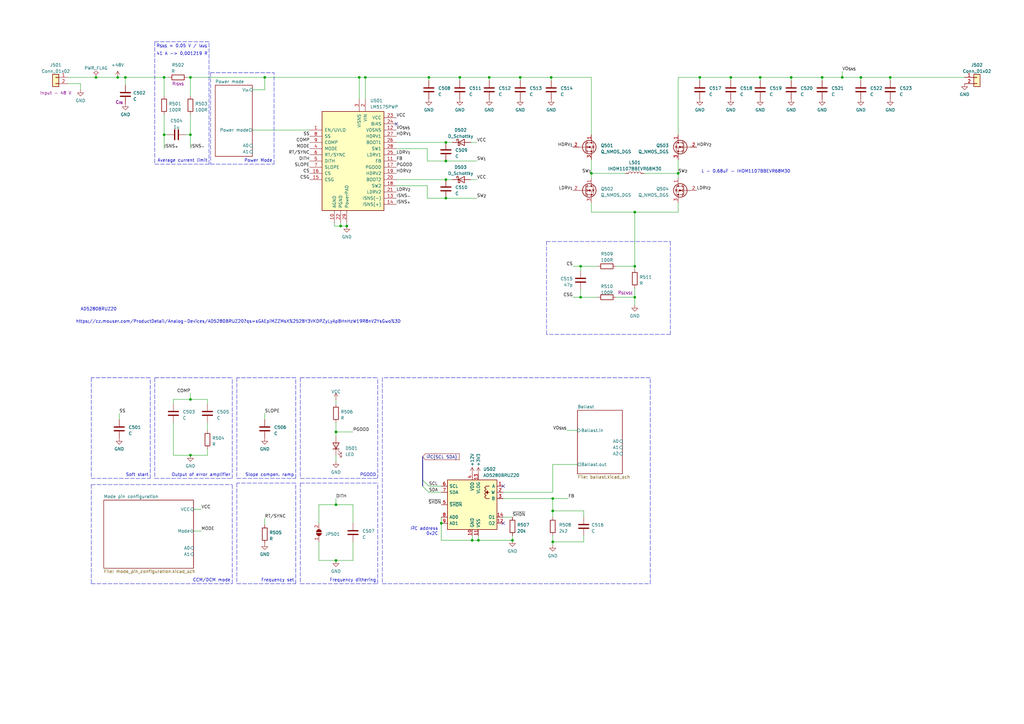
<source format=kicad_sch>
(kicad_sch (version 20231120) (generator "eeschema") (generator_version "8.0")
  (paper "A3")
  (lib_symbols
    (symbol "Connector_Generic:Conn_01x02" (pin_names (offset 1.016) hide)
      (property "Reference" "J" (at 0 2.54 0))
      (property "Value" "Conn_01x02" (at 0 -5.08 0))
      (symbol "Conn_01x02_1_1"
        (rectangle (start -1.27 -2.413) (end 0 -2.667) (stroke (width 0.1524)))
        (rectangle (start -1.27 0.127) (end 0 -0.127) (stroke (width 0.1524)))
        (rectangle (start -1.27 1.27) (end 1.27 -3.81) (stroke (width 0.254)) (fill (type background)))
        (pin passive line (at -5.08 0 0) (length 3.81) (name "Pin_1") (number "1"))
        (pin passive line (at -5.08 -2.54 0) (length 3.81) (name "Pin_2") (number "2"))
      )
    )
    (symbol "Device:C" (pin_numbers hide) (pin_names (offset 0.254))
      (property "Reference" "C" (at 0.635 2.54 0))
      (property "Value" "C" (at 0.635 -2.54 0))
      (symbol "C_0_1"
        (polyline (pts (xy -2.032 -0.762) (xy 2.032 -0.762)) (stroke (width 0.508)))
        (polyline (pts (xy -2.032 0.762) (xy 2.032 0.762)) (stroke (width 0.508)))
      )
      (symbol "C_1_1"
        (pin passive line (at 0 3.81 270) (length 2.794) (name "~") (number "1"))
        (pin passive line (at 0 -3.81 90) (length 2.794) (name "~") (number "2"))
      )
    )
    (symbol "Device:D_Schottky" (pin_numbers hide) (pin_names (offset 1.016) hide)
      (property "Reference" "D" (at 0 2.54 0))
      (property "Value" "D_Schottky" (at 0 -2.54 0))
      (symbol "D_Schottky_0_1"
        (polyline (pts (xy 1.27 0) (xy -1.27 0)))
        (polyline (pts (xy 1.27 1.27) (xy 1.27 -1.27) (xy -1.27 0) (xy 1.27 1.27)) (stroke (width 0.254)))
        (polyline (pts (xy -1.905 0.635) (xy -1.905 1.27) (xy -1.27 1.27) (xy -1.27 -1.27) (xy -0.635 -1.27) (xy -0.635 -0.635)) (stroke (width 0.254)))
      )
      (symbol "D_Schottky_1_1"
        (pin passive line (at -3.81 0 0) (length 2.54) (name "K") (number "1"))
        (pin passive line (at 3.81 0 180) (length 2.54) (name "A") (number "2"))
      )
    )
    (symbol "Device:L" (pin_numbers hide) (pin_names (offset 1.016) hide)
      (property "Reference" "L" (at -1.27 0 90))
      (property "Value" "L" (at 1.905 0 90))
      (symbol "L_0_1"
        (arc (start 0 -2.54) (mid 0.6323 -1.905) (end 0 -1.27))
        (arc (start 0 -1.27) (mid 0.6323 -0.635) (end 0 0))
        (arc (start 0 0) (mid 0.6323 0.635) (end 0 1.27))
        (arc (start 0 1.27) (mid 0.6323 1.905) (end 0 2.54))
      )
      (symbol "L_1_1"
        (pin passive line (at 0 3.81 270) (length 1.27) (name "1") (number "1"))
        (pin passive line (at 0 -3.81 90) (length 1.27) (name "2") (number "2"))
      )
    )
    (symbol "Device:LED" (pin_numbers hide) (pin_names (offset 1.016) hide)
      (property "Reference" "D" (at 0 2.54 0))
      (property "Value" "LED" (at 0 -2.54 0))
      (symbol "LED_0_1"
        (polyline (pts (xy -1.27 -1.27) (xy -1.27 1.27)) (stroke (width 0.254)))
        (polyline (pts (xy -1.27 0) (xy 1.27 0)))
        (polyline (pts (xy 1.27 -1.27) (xy 1.27 1.27) (xy -1.27 0) (xy 1.27 -1.27)) (stroke (width 0.254)))
        (polyline (pts (xy -3.048 -0.762) (xy -4.572 -2.286) (xy -3.81 -2.286) (xy -4.572 -2.286) (xy -4.572 -1.524)))
        (polyline (pts (xy -1.778 -0.762) (xy -3.302 -2.286) (xy -2.54 -2.286) (xy -3.302 -2.286) (xy -3.302 -1.524)))
      )
      (symbol "LED_1_1"
        (pin passive line (at -3.81 0 0) (length 2.54) (name "K") (number "1"))
        (pin passive line (at 3.81 0 180) (length 2.54) (name "A") (number "2"))
      )
    )
    (symbol "Device:Q_NMOS_DGS" (pin_names (offset 0) hide)
      (property "Reference" "Q" (at 5.08 1.27 0))
      (property "Value" "Q_NMOS_DGS" (at 5.08 -1.27 0))
      (symbol "Q_NMOS_DGS_0_1"
        (polyline (pts (xy 0.254 0) (xy -2.54 0)))
        (polyline (pts (xy 0.254 1.905) (xy 0.254 -1.905)) (stroke (width 0.254)))
        (polyline (pts (xy 0.762 -1.27) (xy 0.762 -2.286)) (stroke (width 0.254)))
        (polyline (pts (xy 0.762 0.508) (xy 0.762 -0.508)) (stroke (width 0.254)))
        (polyline (pts (xy 0.762 2.286) (xy 0.762 1.27)) (stroke (width 0.254)))
        (polyline (pts (xy 2.54 2.54) (xy 2.54 1.778)))
        (polyline (pts (xy 2.54 -2.54) (xy 2.54 0) (xy 0.762 0)))
        (polyline (pts (xy 0.762 -1.778) (xy 3.302 -1.778) (xy 3.302 1.778) (xy 0.762 1.778)))
        (polyline (pts (xy 1.016 0) (xy 2.032 0.381) (xy 2.032 -0.381) (xy 1.016 0)) (fill (type outline)))
        (polyline (pts (xy 2.794 0.508) (xy 2.921 0.381) (xy 3.683 0.381) (xy 3.81 0.254)))
        (polyline (pts (xy 3.302 0.381) (xy 2.921 -0.254) (xy 3.683 -0.254) (xy 3.302 0.381)))
        (circle (center 1.651 0) (radius 2.794) (stroke (width 0.254)))
        (circle (center 2.54 -1.778) (radius 0.254) (fill (type outline)))
        (circle (center 2.54 1.778) (radius 0.254) (fill (type outline)))
      )
      (symbol "Q_NMOS_DGS_1_1"
        (pin passive line (at 2.54 5.08 270) (length 2.54) (name "D") (number "1"))
        (pin input line (at -5.08 0 0) (length 2.54) (name "G") (number "2"))
        (pin passive line (at 2.54 -5.08 90) (length 2.54) (name "S") (number "3"))
      )
    )
    (symbol "Device:R" (pin_numbers hide) (pin_names (offset 0))
      (property "Reference" "R" (at 2.032 0 90))
      (property "Value" "R" (at 0 0 90))
      (symbol "R_0_1"
        (rectangle (start -1.016 -2.54) (end 1.016 2.54) (stroke (width 0.254)))
      )
      (symbol "R_1_1"
        (pin passive line (at 0 3.81 270) (length 1.27) (name "~") (number "1"))
        (pin passive line (at 0 -3.81 90) (length 1.27) (name "~") (number "2"))
      )
    )
    (symbol "Jumper:SolderJumper_2_Open" (pin_names (offset 0) hide)
      (property "Reference" "JP" (at 0 2.032 0))
      (property "Value" "SolderJumper_2_Open" (at 0 -2.54 0))
      (symbol "SolderJumper_2_Open_0_1"
        (arc (start -0.254 1.016) (mid -1.2656 0) (end -0.254 -1.016))
        (arc (start -0.254 1.016) (mid -1.2656 0) (end -0.254 -1.016) (fill (type outline)))
        (polyline (pts (xy -0.254 1.016) (xy -0.254 -1.016)))
        (polyline (pts (xy 0.254 1.016) (xy 0.254 -1.016)))
        (arc (start 0.254 -1.016) (mid 1.2656 0) (end 0.254 1.016))
        (arc (start 0.254 -1.016) (mid 1.2656 0) (end 0.254 1.016) (fill (type outline)))
      )
      (symbol "SolderJumper_2_Open_1_1"
        (pin passive line (at -3.81 0 0) (length 2.54) (name "A") (number "1"))
        (pin passive line (at 3.81 0 180) (length 2.54) (name "B") (number "2"))
      )
    )
    (symbol "Potentiometer_Digital:AD5280" (pin_names (offset 0.762))
      (property "Reference" "U" (at -7.62 11.43 0))
      (property "Value" "AD5280" (at 5.588 11.43 0))
      (symbol "AD5280_0_1"
        (rectangle (start -10.16 10.16) (end 10.16 -10.16) (stroke (width 0.254)) (fill (type background)))
        (polyline (pts (xy 6.985 5.08) (xy 6.35 5.08) (xy 5.715 5.08) (xy 6.35 5.715) (xy 6.35 4.445) (xy 5.715 5.08)) (stroke (width 0.254)) (fill (type outline)))
        (polyline (pts (xy 6.985 7.62) (xy 5.715 7.62) (xy 5.08 6.985) (xy 5.715 6.35) (xy 5.08 5.715) (xy 5.715 5.08) (xy 5.08 4.445) (xy 5.715 3.81) (xy 5.08 3.175) (xy 5.715 2.54) (xy 6.985 2.54)) (stroke (width 0.254)))
      )
      (symbol "AD5280_1_1"
        (pin passive line (at 12.7 7.62 180) (length 2.54) (name "A") (number "1"))
        (pin power_in line (at 0 -12.7 90) (length 2.54) (name "GND") (number "10"))
        (pin power_in line (at 2.54 -12.7 90) (length 2.54) (name "VSS") (number "11"))
        (pin output line (at 12.7 -7.62 180) (length 2.54) (name "O2") (number "12"))
        (pin power_in line (at 2.54 12.7 270) (length 2.54) (name "VLOG") (number "13"))
        (pin output line (at 12.7 -5.08 180) (length 2.54) (name "O1") (number "14"))
        (pin passive line (at 12.7 5.08 180) (length 2.54) (name "W") (number "2"))
        (pin passive line (at 12.7 2.54 180) (length 2.54) (name "B") (number "3"))
        (pin power_in line (at 0 12.7 270) (length 2.54) (name "VDD") (number "4"))
        (pin input line (at -12.7 0 0) (length 2.54) (name "~{SHDN}") (number "5"))
        (pin input line (at -12.7 7.62 0) (length 2.54) (name "SCL") (number "6"))
        (pin bidirectional line (at -12.7 5.08 0) (length 2.54) (name "SDA") (number "7"))
        (pin input line (at -12.7 -5.08 0) (length 2.54) (name "AD0") (number "8"))
        (pin input line (at -12.7 -7.62 0) (length 2.54) (name "AD1") (number "9"))
      )
    )
    (symbol "Regulator_Switching:LM5175PWP" (pin_names (offset 1.016))
      (property "Reference" "U" (at -12.7 24.13 0))
      (property "Value" "LM5175PWP" (at -12.7 21.59 0))
      (symbol "LM5175PWP_0_1"
        (rectangle (start -12.7 20.32) (end 12.7 -20.32) (stroke (width 0.254)) (fill (type background)))
      )
      (symbol "LM5175PWP_1_1"
        (pin input line (at -17.78 12.7 0) (length 5.08) (name "EN/UVLO") (number "1"))
        (pin power_in line (at -7.62 -25.4 90) (length 5.08) (name "AGND") (number "10"))
        (pin input line (at 17.78 0 180) (length 5.08) (name "FB") (number "11"))
        (pin output line (at 17.78 12.7 180) (length 5.08) (name "VOSNS") (number "12"))
        (pin input line (at 17.78 -15.24 180) (length 5.08) (name "ISNS(-)") (number "13"))
        (pin input line (at 17.78 -17.78 180) (length 5.08) (name "ISNS(+)") (number "14"))
        (pin input line (at -17.78 -7.62 0) (length 5.08) (name "CSG") (number "15"))
        (pin input line (at -17.78 -5.08 0) (length 5.08) (name "CS") (number "16"))
        (pin output line (at 17.78 -2.54 180) (length 5.08) (name "PGOOD") (number "17"))
        (pin output line (at 17.78 -10.16 180) (length 5.08) (name "SW2") (number "18"))
        (pin output line (at 17.78 -5.08 180) (length 5.08) (name "HDRV2") (number "19"))
        (pin power_in line (at 5.08 25.4 270) (length 5.08) (name "VIN") (number "2"))
        (pin passive line (at 17.78 -7.62 180) (length 5.08) (name "BOOT2") (number "20"))
        (pin output line (at 17.78 -12.7 180) (length 5.08) (name "LDRV2") (number "21"))
        (pin power_in line (at -5.08 -25.4 90) (length 5.08) (name "PGND") (number "22"))
        (pin power_in line (at 17.78 17.78 180) (length 5.08) (name "VCC") (number "23"))
        (pin input line (at 17.78 15.24 180) (length 5.08) (name "BIAS") (number "24"))
        (pin output line (at 17.78 2.54 180) (length 5.08) (name "LDRV1") (number "25"))
        (pin passive line (at 17.78 7.62 180) (length 5.08) (name "BOOT1") (number "26"))
        (pin output line (at 17.78 10.16 180) (length 5.08) (name "HDRV1") (number "27"))
        (pin output line (at 17.78 5.08 180) (length 5.08) (name "SW1") (number "28"))
        (pin input line (at -2.54 -25.4 90) (length 5.08) (name "PowerPAD") (number "29"))
        (pin input line (at 2.54 25.4 270) (length 5.08) (name "VISNS") (number "3"))
        (pin input line (at -17.78 5.08 0) (length 5.08) (name "MODE") (number "4"))
        (pin passive line (at -17.78 0 0) (length 5.08) (name "DITH") (number "5"))
        (pin input line (at -17.78 2.54 0) (length 5.08) (name "RT/SYNC") (number "6"))
        (pin passive line (at -17.78 -2.54 0) (length 5.08) (name "SLOPE") (number "7"))
        (pin passive line (at -17.78 10.16 0) (length 5.08) (name "SS") (number "8"))
        (pin passive line (at -17.78 7.62 0) (length 5.08) (name "COMP") (number "9"))
      )
    )
    (symbol "power:+12V" (power) (pin_names (offset 0))
      (property "Value" "+12V" (at 0 3.556 0))
      (symbol "+12V_0_1"
        (polyline (pts (xy -0.762 1.27) (xy 0 2.54)))
        (polyline (pts (xy 0 0) (xy 0 2.54)))
        (polyline (pts (xy 0 2.54) (xy 0.762 1.27)))
      )
      (symbol "+12V_1_1"
        (pin power_in line (at 0 0 90) (length 0) hide (name "+12V") (number "1"))
      )
    )
    (symbol "power:+3V3" (power) (pin_names (offset 0))
      (property "Value" "+3V3" (at 0 3.556 0))
      (symbol "+3V3_0_1"
        (polyline (pts (xy -0.762 1.27) (xy 0 2.54)))
        (polyline (pts (xy 0 0) (xy 0 2.54)))
        (polyline (pts (xy 0 2.54) (xy 0.762 1.27)))
      )
      (symbol "+3V3_1_1"
        (pin power_in line (at 0 0 90) (length 0) hide (name "+3V3") (number "1"))
      )
    )
    (symbol "power:+48V" (power) (pin_numbers hide) (pin_names (offset 0) hide)
      (property "Value" "+48V" (at 0 3.556 0))
      (symbol "+48V_0_1"
        (polyline (pts (xy -0.762 1.27) (xy 0 2.54)))
        (polyline (pts (xy 0 0) (xy 0 2.54)))
        (polyline (pts (xy 0 2.54) (xy 0.762 1.27)))
      )
      (symbol "+48V_1_1"
        (pin power_in line (at 0 0 90) (length 0) (name "~") (number "1"))
      )
    )
    (symbol "power:GND" (power) (pin_names (offset 0))
      (property "Value" "GND" (at 0 -3.81 0))
      (symbol "GND_0_1"
        (polyline (pts (xy 0 0) (xy 0 -1.27) (xy 1.27 -1.27) (xy 0 -2.54) (xy -1.27 -1.27) (xy 0 -1.27)))
      )
      (symbol "GND_1_1"
        (pin power_in line (at 0 0 270) (length 0) hide (name "GND") (number "1"))
      )
    )
    (symbol "power:PWR_FLAG" (power) (pin_numbers hide) (pin_names (offset 0) hide)
      (property "Value" "PWR_FLAG" (at 0 3.81 0))
      (symbol "PWR_FLAG_0_0"
        (pin power_out line (at 0 0 90) (length 0) (name "pwr") (number "1"))
      )
      (symbol "PWR_FLAG_0_1"
        (polyline (pts (xy 0 0) (xy 0 1.27) (xy -1.016 1.905) (xy 0 2.54) (xy 1.016 1.905) (xy 0 1.27)))
      )
    )
    (symbol "power:VCC" (power) (pin_names (offset 0))
      (property "Value" "VCC" (at 0 3.81 0))
      (symbol "VCC_0_1"
        (polyline (pts (xy -0.762 1.27) (xy 0 2.54)))
        (polyline (pts (xy 0 0) (xy 0 2.54)))
        (polyline (pts (xy 0 2.54) (xy 0.762 1.27)))
      )
      (symbol "VCC_1_1"
        (pin power_in line (at 0 0 90) (length 0) hide (name "VCC") (number "1"))
      )
    )
  )
  (junction (at 278.13 71.12))
  (junction (at 142.24 92.71))
  (junction (at 139.7 92.71))
  (junction (at 108.585 31.75))
  (junction (at 48.26 31.75))
  (junction (at 137.795 177.165))
  (junction (at 182.88 58.42))
  (junction (at 337.185 31.75))
  (junction (at 137.795 229.87))
  (junction (at 226.06 31.75))
  (junction (at 260.35 86.995))
  (junction (at 226.695 204.47))
  (junction (at 345.44 31.75))
  (junction (at 39.37 31.75))
  (junction (at 226.695 222.25))
  (junction (at 182.88 81.28))
  (junction (at 78.105 31.75))
  (junction (at 353.06 31.75))
  (junction (at 78.105 163.83))
  (junction (at 324.485 31.75))
  (junction (at 182.88 73.66))
  (junction (at 238.125 121.92))
  (junction (at 137.795 207.01))
  (junction (at 226.695 209.55))
  (junction (at 287.02 31.75))
  (junction (at 175.895 31.75))
  (junction (at 365.125 31.75))
  (junction (at 238.125 109.22))
  (junction (at 260.35 121.92))
  (junction (at 147.32 31.75))
  (junction (at 210.185 221.615))
  (junction (at 67.31 31.75))
  (junction (at 299.72 31.75))
  (junction (at 311.785 31.75))
  (junction (at 188.595 31.75))
  (junction (at 51.435 31.75))
  (junction (at 196.215 221.615))
  (junction (at 193.675 221.615))
  (junction (at 260.35 109.22))
  (junction (at 180.975 214.63))
  (junction (at 78.105 55.245))
  (junction (at 213.36 31.75))
  (junction (at 78.105 186.69))
  (junction (at 200.66 31.75))
  (junction (at 182.88 66.04))
  (junction (at 67.31 55.245))
  (junction (at 242.57 71.12))
  (junction (at 149.86 31.75))
  (no_connect (at 206.375 214.63))
  (no_connect (at 206.375 199.39))
  (no_connect (at 162.56 50.8))
  (bus_entry (at 173.355 196.85) (size 2.54 2.54))
  (bus_entry (at 173.355 199.39) (size 2.54 2.54))
  (polyline (pts (xy 121.285 196.215) (xy 121.285 154.94)) (stroke (width 0) (type dash)))
  (wire (pts (xy 139.7 91.44) (xy 139.7 92.71)))
  (wire (pts (xy 108.585 212.725) (xy 108.585 215.265)))
  (wire (pts (xy 226.695 219.71) (xy 226.695 222.25)))
  (wire (pts (xy 71.12 163.83) (xy 71.12 165.735)))
  (wire (pts (xy 51.435 34.925) (xy 51.435 31.75)))
  (wire (pts (xy 337.185 31.75) (xy 337.185 33.02)))
  (polyline (pts (xy 266.7 154.94) (xy 156.845 154.94)) (stroke (width 0) (type dash)))
  (wire (pts (xy 365.125 31.75) (xy 395.605 31.75)))
  (wire (pts (xy 103.505 36.83) (xy 108.585 36.83)))
  (wire (pts (xy 137.795 204.47) (xy 137.795 207.01)))
  (wire (pts (xy 226.695 190.5) (xy 236.855 190.5)))
  (wire (pts (xy 175.895 201.93) (xy 180.975 201.93)))
  (wire (pts (xy 226.695 204.47) (xy 233.045 204.47)))
  (wire (pts (xy 242.57 31.75) (xy 242.57 55.245)))
  (wire (pts (xy 108.585 169.545) (xy 108.585 172.085)))
  (wire (pts (xy 144.78 222.25) (xy 144.78 229.87)))
  (wire (pts (xy 200.66 31.75) (xy 200.66 33.02)))
  (wire (pts (xy 33.02 34.29) (xy 27.94 34.29)))
  (wire (pts (xy 278.13 83.185) (xy 278.13 86.995)))
  (bus (pts (xy 173.355 196.85) (xy 173.355 199.39)))
  (wire (pts (xy 78.105 46.99) (xy 78.105 55.245)))
  (wire (pts (xy 193.04 73.66) (xy 195.58 73.66)))
  (polyline (pts (xy 97.155 198.12) (xy 97.155 239.395)) (stroke (width 0) (type dash)))
  (wire (pts (xy 287.02 31.75) (xy 299.72 31.75)))
  (wire (pts (xy 149.86 40.64) (xy 149.86 31.75)))
  (polyline (pts (xy 97.155 196.215) (xy 121.285 196.215)) (stroke (width 0) (type dash)))
  (wire (pts (xy 299.72 31.75) (xy 311.785 31.75)))
  (polyline (pts (xy 86.36 29.845) (xy 112.395 29.845)) (stroke (width 0) (type dash)))
  (wire (pts (xy 130.81 229.87) (xy 137.795 229.87)))
  (wire (pts (xy 365.125 31.75) (xy 365.125 33.02)))
  (wire (pts (xy 130.81 222.25) (xy 130.81 229.87)))
  (wire (pts (xy 182.88 66.04) (xy 195.58 66.04)))
  (wire (pts (xy 137.795 207.01) (xy 144.78 207.01)))
  (wire (pts (xy 239.395 212.09) (xy 239.395 209.55)))
  (polyline (pts (xy 224.155 137.16) (xy 224.155 99.06)) (stroke (width 0) (type dash)))
  (wire (pts (xy 85.09 163.83) (xy 85.09 165.735)))
  (polyline (pts (xy 61.595 154.94) (xy 37.465 154.94)) (stroke (width 0) (type dash)))
  (wire (pts (xy 48.26 31.75) (xy 51.435 31.75)))
  (wire (pts (xy 353.06 31.75) (xy 353.06 33.02)))
  (wire (pts (xy 137.795 189.23) (xy 137.795 186.69)))
  (wire (pts (xy 242.57 71.12) (xy 242.57 73.025)))
  (wire (pts (xy 260.35 125.095) (xy 260.35 121.92)))
  (wire (pts (xy 79.375 208.915) (xy 82.55 208.915)))
  (wire (pts (xy 67.31 46.99) (xy 67.31 55.245)))
  (polyline (pts (xy 63.5 17.145) (xy 63.5 67.31)) (stroke (width 0) (type dash)))
  (wire (pts (xy 67.31 55.245) (xy 67.31 60.96)))
  (wire (pts (xy 51.435 31.75) (xy 67.31 31.75)))
  (wire (pts (xy 137.795 173.355) (xy 137.795 177.165)))
  (wire (pts (xy 278.13 31.75) (xy 287.02 31.75)))
  (wire (pts (xy 353.06 31.75) (xy 365.125 31.75)))
  (wire (pts (xy 210.185 219.71) (xy 210.185 221.615)))
  (wire (pts (xy 226.695 209.55) (xy 226.695 212.09)))
  (wire (pts (xy 188.595 31.75) (xy 175.895 31.75)))
  (polyline (pts (xy 37.465 198.755) (xy 37.465 239.395)) (stroke (width 0) (type dash)))
  (wire (pts (xy 78.105 186.69) (xy 85.09 186.69)))
  (polyline (pts (xy 123.19 198.12) (xy 123.19 239.395)) (stroke (width 0) (type dash)))
  (wire (pts (xy 48.895 169.545) (xy 48.895 172.085)))
  (wire (pts (xy 206.375 204.47) (xy 226.695 204.47)))
  (polyline (pts (xy 154.94 196.215) (xy 154.94 154.94)) (stroke (width 0) (type dash)))
  (wire (pts (xy 245.11 109.22) (xy 238.125 109.22)))
  (polyline (pts (xy 85.725 67.31) (xy 85.725 17.145)) (stroke (width 0) (type dash)))
  (polyline (pts (xy 95.25 239.395) (xy 95.25 198.755)) (stroke (width 0) (type dash)))
  (polyline (pts (xy 37.465 198.755) (xy 95.25 198.755)) (stroke (width 0) (type dash)))
  (wire (pts (xy 67.31 55.245) (xy 68.58 55.245)))
  (wire (pts (xy 147.32 40.64) (xy 147.32 31.75)))
  (wire (pts (xy 67.31 31.75) (xy 69.215 31.75)))
  (wire (pts (xy 260.35 118.11) (xy 260.35 121.92)))
  (wire (pts (xy 299.72 31.75) (xy 299.72 33.02)))
  (wire (pts (xy 142.24 92.71) (xy 142.24 91.44)))
  (wire (pts (xy 162.56 76.2) (xy 175.26 76.2)))
  (wire (pts (xy 213.36 31.75) (xy 213.36 33.02)))
  (polyline (pts (xy 86.36 67.31) (xy 112.395 67.31)) (stroke (width 0) (type dash)))
  (wire (pts (xy 278.13 71.12) (xy 278.13 73.025)))
  (wire (pts (xy 242.57 65.405) (xy 242.57 71.12)))
  (wire (pts (xy 239.395 209.55) (xy 226.695 209.55)))
  (wire (pts (xy 71.12 186.69) (xy 78.105 186.69)))
  (wire (pts (xy 278.13 65.405) (xy 278.13 71.12)))
  (polyline (pts (xy 123.19 154.94) (xy 123.19 196.215)) (stroke (width 0) (type dash)))
  (wire (pts (xy 195.58 58.42) (xy 193.04 58.42)))
  (wire (pts (xy 108.585 36.83) (xy 108.585 31.75)))
  (wire (pts (xy 311.785 31.75) (xy 311.785 33.02)))
  (wire (pts (xy 182.88 58.42) (xy 185.42 58.42)))
  (polyline (pts (xy 63.5 196.215) (xy 95.25 196.215)) (stroke (width 0) (type dash)))
  (wire (pts (xy 78.105 55.245) (xy 76.2 55.245)))
  (wire (pts (xy 324.485 31.75) (xy 324.485 33.02)))
  (wire (pts (xy 345.44 29.21) (xy 345.44 31.75)))
  (wire (pts (xy 213.36 31.75) (xy 226.06 31.75)))
  (wire (pts (xy 144.78 207.01) (xy 144.78 214.63)))
  (wire (pts (xy 180.975 221.615) (xy 180.975 214.63)))
  (polyline (pts (xy 61.595 196.215) (xy 61.595 154.94)) (stroke (width 0) (type dash)))
  (wire (pts (xy 180.975 212.09) (xy 180.975 214.63)))
  (polyline (pts (xy 37.465 239.395) (xy 95.25 239.395)) (stroke (width 0) (type dash)))
  (wire (pts (xy 175.26 76.2) (xy 175.26 81.28)))
  (wire (pts (xy 175.26 60.96) (xy 175.26 66.04)))
  (wire (pts (xy 193.675 221.615) (xy 193.675 219.71)))
  (polyline (pts (xy 274.955 99.06) (xy 274.955 137.16)) (stroke (width 0) (type dash)))
  (wire (pts (xy 175.895 31.75) (xy 175.895 33.02)))
  (polyline (pts (xy 86.36 29.845) (xy 86.36 67.31)) (stroke (width 0) (type dash)))
  (wire (pts (xy 239.395 219.71) (xy 239.395 222.25)))
  (wire (pts (xy 103.505 53.34) (xy 127 53.34)))
  (wire (pts (xy 149.86 31.75) (xy 175.895 31.75)))
  (polyline (pts (xy 123.19 154.94) (xy 154.94 154.94)) (stroke (width 0) (type dash)))
  (wire (pts (xy 278.13 31.75) (xy 278.13 55.245)))
  (wire (pts (xy 137.16 91.44) (xy 137.16 92.71)))
  (wire (pts (xy 149.86 31.75) (xy 147.32 31.75)))
  (wire (pts (xy 108.585 31.75) (xy 147.32 31.75)))
  (polyline (pts (xy 85.725 17.145) (xy 63.5 17.145)) (stroke (width 0) (type dash)))
  (polyline (pts (xy 112.395 67.31) (xy 112.395 29.845)) (stroke (width 0) (type dash)))
  (polyline (pts (xy 95.25 196.215) (xy 95.25 154.94)) (stroke (width 0) (type dash)))
  (wire (pts (xy 78.105 163.83) (xy 85.09 163.83)))
  (polyline (pts (xy 224.155 99.06) (xy 274.955 99.06)) (stroke (width 0) (type dash)))
  (wire (pts (xy 79.375 217.805) (xy 82.55 217.805)))
  (wire (pts (xy 78.105 161.29) (xy 78.105 163.83)))
  (wire (pts (xy 162.56 58.42) (xy 182.88 58.42)))
  (wire (pts (xy 137.795 163.83) (xy 137.795 165.735)))
  (wire (pts (xy 238.125 118.745) (xy 238.125 121.92)))
  (polyline (pts (xy 63.5 67.31) (xy 85.725 67.31)) (stroke (width 0) (type dash)))
  (wire (pts (xy 162.56 73.66) (xy 182.88 73.66)))
  (wire (pts (xy 226.06 31.75) (xy 242.57 31.75)))
  (wire (pts (xy 242.57 71.12) (xy 256.54 71.12)))
  (wire (pts (xy 188.595 31.75) (xy 188.595 33.02)))
  (wire (pts (xy 137.16 92.71) (xy 139.7 92.71)))
  (polyline (pts (xy 63.5 154.94) (xy 95.25 154.94)) (stroke (width 0) (type dash)))
  (wire (pts (xy 245.11 121.92) (xy 238.125 121.92)))
  (wire (pts (xy 242.57 86.995) (xy 242.57 83.185)))
  (wire (pts (xy 287.02 31.75) (xy 287.02 33.02)))
  (wire (pts (xy 193.675 221.615) (xy 196.215 221.615)))
  (polyline (pts (xy 154.94 239.395) (xy 154.94 198.12)) (stroke (width 0) (type dash)))
  (wire (pts (xy 260.35 86.995) (xy 260.35 109.22)))
  (wire (pts (xy 162.56 60.96) (xy 175.26 60.96)))
  (wire (pts (xy 260.35 109.22) (xy 260.35 110.49)))
  (wire (pts (xy 206.375 212.09) (xy 210.185 212.09)))
  (wire (pts (xy 175.26 66.04) (xy 182.88 66.04)))
  (wire (pts (xy 264.16 71.12) (xy 278.13 71.12)))
  (polyline (pts (xy 97.155 154.94) (xy 97.155 196.215)) (stroke (width 0) (type dash)))
  (wire (pts (xy 85.09 186.69) (xy 85.09 184.15)))
  (polyline (pts (xy 121.285 239.395) (xy 121.285 198.12)) (stroke (width 0) (type dash)))
  (wire (pts (xy 39.37 31.75) (xy 48.26 31.75)))
  (polyline (pts (xy 121.285 154.94) (xy 97.155 154.94)) (stroke (width 0) (type dash)))
  (wire (pts (xy 27.94 31.75) (xy 39.37 31.75)))
  (wire (pts (xy 130.81 207.01) (xy 137.795 207.01)))
  (wire (pts (xy 137.795 177.165) (xy 137.795 179.07)))
  (wire (pts (xy 193.675 221.615) (xy 180.975 221.615)))
  (wire (pts (xy 226.695 201.93) (xy 206.375 201.93)))
  (wire (pts (xy 345.44 31.75) (xy 353.06 31.75)))
  (polyline (pts (xy 156.845 239.395) (xy 266.7 239.395)) (stroke (width 0) (type dash)))
  (polyline (pts (xy 266.7 239.395) (xy 266.7 154.94)) (stroke (width 0) (type dash)))
  (wire (pts (xy 196.215 221.615) (xy 196.215 219.71)))
  (wire (pts (xy 175.895 199.39) (xy 180.975 199.39)))
  (wire (pts (xy 78.105 31.75) (xy 78.105 39.37)))
  (polyline (pts (xy 123.19 239.395) (xy 154.94 239.395)) (stroke (width 0) (type dash)))
  (wire (pts (xy 239.395 222.25) (xy 226.695 222.25)))
  (polyline (pts (xy 63.5 154.94) (xy 63.5 196.215)) (stroke (width 0) (type dash)))
  (wire (pts (xy 33.02 36.83) (xy 33.02 34.29)))
  (polyline (pts (xy 123.19 198.12) (xy 154.94 198.12)) (stroke (width 0) (type dash)))
  (polyline (pts (xy 156.845 154.94) (xy 156.845 239.395)) (stroke (width 0) (type dash)))
  (bus (pts (xy 173.355 187.325) (xy 173.355 196.85)))
  (wire (pts (xy 182.88 81.28) (xy 195.58 81.28)))
  (wire (pts (xy 182.88 73.66) (xy 185.42 73.66)))
  (wire (pts (xy 226.06 31.75) (xy 226.06 33.02)))
  (wire (pts (xy 210.185 221.615) (xy 196.215 221.615)))
  (wire (pts (xy 232.41 176.53) (xy 236.855 176.53)))
  (wire (pts (xy 238.125 109.22) (xy 234.95 109.22)))
  (wire (pts (xy 200.66 31.75) (xy 188.595 31.75)))
  (wire (pts (xy 139.7 92.71) (xy 142.24 92.71)))
  (polyline (pts (xy 123.19 196.215) (xy 154.94 196.215)) (stroke (width 0) (type dash)))
  (wire (pts (xy 226.695 204.47) (xy 226.695 209.55)))
  (wire (pts (xy 260.35 86.995) (xy 278.13 86.995)))
  (polyline (pts (xy 121.285 198.12) (xy 97.155 198.12)) (stroke (width 0) (type dash)))
  (polyline (pts (xy 37.465 154.94) (xy 37.465 196.215)) (stroke (width 0) (type dash)))
  (wire (pts (xy 226.695 222.25) (xy 226.695 223.52)))
  (polyline (pts (xy 274.955 137.16) (xy 224.155 137.16)) (stroke (width 0) (type dash)))
  (wire (pts (xy 260.35 109.22) (xy 252.73 109.22)))
  (wire (pts (xy 337.185 31.75) (xy 345.44 31.75)))
  (wire (pts (xy 311.785 31.75) (xy 324.485 31.75)))
  (polyline (pts (xy 37.465 196.215) (xy 61.595 196.215)) (stroke (width 0) (type dash)))
  (wire (pts (xy 78.105 31.75) (xy 108.585 31.75)))
  (wire (pts (xy 76.835 31.75) (xy 78.105 31.75)))
  (wire (pts (xy 324.485 31.75) (xy 337.185 31.75)))
  (wire (pts (xy 175.26 81.28) (xy 182.88 81.28)))
  (wire (pts (xy 242.57 86.995) (xy 260.35 86.995)))
  (wire (pts (xy 260.35 121.92) (xy 252.73 121.92)))
  (wire (pts (xy 137.795 177.165) (xy 144.78 177.165)))
  (wire (pts (xy 85.09 173.355) (xy 85.09 176.53)))
  (wire (pts (xy 78.105 55.245) (xy 78.105 60.96)))
  (wire (pts (xy 238.125 121.92) (xy 234.95 121.92)))
  (wire (pts (xy 71.12 163.83) (xy 78.105 163.83)))
  (wire (pts (xy 71.12 173.355) (xy 71.12 186.69)))
  (wire (pts (xy 67.31 31.75) (xy 67.31 39.37)))
  (wire (pts (xy 130.81 207.01) (xy 130.81 214.63)))
  (wire (pts (xy 213.36 31.75) (xy 200.66 31.75)))
  (wire (pts (xy 137.795 229.87) (xy 144.78 229.87)))
  (wire (pts (xy 238.125 109.22) (xy 238.125 111.125)))
  (polyline (pts (xy 97.155 239.395) (xy 121.285 239.395)) (stroke (width 0) (type dash)))
  (wire (pts (xy 226.695 201.93) (xy 226.695 190.5)))
  (text "Soft start" (at 60.96 195.58 0) (effects (font (size 1.27 1.27)) (justify right bottom)))
  (text "https://cz.mouser.com/ProductDetail/Analog-Devices/AD5280BRUZ20?qs=sGAEpiMZZMsX%252BY3VKDPZyLyApBHnHzW19R8nV2YsGwo%3D" (at 31.115 132.715 0) (effects (font (size 1.27 1.27)) (justify left bottom)))
  (text "I^{2}C address\n0x2C" (at 179.705 219.71 0) (effects (font (size 1.27 1.27)) (justify right bottom)))
  (text "PGOOD" (at 154.305 195.58 0) (effects (font (size 1.27 1.27)) (justify right bottom)))
  (text "Power Mode" (at 111.76 66.675 0) (effects (font (size 1.27 1.27)) (justify right bottom)))
  (text "AD5280BRUZ20 " (at 33.02 127.635 0) (effects (font (size 1.27 1.27)) (justify left bottom)))
  (text "Frequency set" (at 120.65 238.76 0) (effects (font (size 1.27 1.27)) (justify right bottom)))
  (text "L - 0.68uF - IHDM1107BBEVR68M30" (at 287.655 71.12 0) (effects (font (size 1.27 1.27)) (justify left bottom)))
  (text "CCM/DCM mode" (at 94.615 238.76 0) (effects (font (size 1.27 1.27)) (justify right bottom)))
  (text "Average current limit" (at 85.09 66.675 0) (effects (font (size 1.27 1.27)) (justify right bottom)))
  (text "Output of error amplifier" (at 94.615 195.58 0) (effects (font (size 1.27 1.27)) (justify right bottom)))
  (text "Frequency dithering" (at 154.305 238.76 0) (effects (font (size 1.27 1.27)) (justify right bottom)))
  (text "R_{SNS} = 0,05 V / I_{AVG}" (at 64.135 19.685 0) (effects (font (size 1.27 1.27)) (justify left bottom)))
  (text "41 A -> 0,001219 R" (at 64.135 22.86 0) (effects (font (size 1.27 1.27)) (justify left bottom)))
  (text "Slope compen. ramp" (at 120.65 195.58 0) (effects (font (size 1.27 1.27)) (justify right bottom)))
  (label "DITH" (at 127 66.04 180))
  (label "LDRV_{2}" (at 162.56 78.74 0))
  (label "SW_{1}" (at 195.58 66.04 0))
  (label "HDRV_{1}" (at 162.56 55.88 0))
  (label "VCC" (at 195.58 58.42 0))
  (label "SS" (at 127 55.88 180))
  (label "MODE" (at 127 60.96 180))
  (label "SLOPE" (at 108.585 169.545 0))
  (label "HDRV_{1}" (at 234.95 60.325 180))
  (label "LDRV_{2}" (at 285.75 78.105 0))
  (label "PGOOD" (at 144.78 177.165 0))
  (label "SLOPE" (at 127 68.58 180))
  (label "CS" (at 234.95 109.22 180))
  (label "FB" (at 162.56 66.04 0))
  (label "SW_{1}" (at 242.57 71.12 180))
  (label "SDA" (at 175.895 201.93 0))
  (label "COMP" (at 78.105 161.29 180))
  (label "LDRV_{1}" (at 162.56 63.5 0))
  (label "ISNS_{-}" (at 162.56 81.28 0))
  (label "ISNS_{-}" (at 78.105 60.96 0))
  (label "VCC" (at 82.55 208.915 0))
  (label "HDRV_{2}" (at 285.75 60.325 0))
  (label "~{SHDN}" (at 180.975 207.01 180))
  (label "ISNS_{+}" (at 67.31 60.96 0))
  (label "SW_{2}" (at 195.58 81.28 0))
  (label "CS" (at 127 71.12 180))
  (label "SW_{2}" (at 278.13 71.12 0))
  (label "FB" (at 233.045 204.47 0))
  (label "COMP" (at 127 58.42 180))
  (label "HDRV_{2}" (at 162.56 71.12 0))
  (label "PGOOD" (at 162.56 68.58 0))
  (label "VO_{SNS}" (at 162.56 53.34 0))
  (label "ISNS_{+}" (at 162.56 83.82 0))
  (label "DITH" (at 137.795 204.47 0))
  (label "SCL" (at 175.895 199.39 0))
  (label "RT{slash}SYNC" (at 108.585 212.725 0))
  (label "LDRV_{1}" (at 234.95 78.105 180))
  (label "VCC" (at 162.56 48.26 0))
  (label "CSG" (at 234.95 121.92 180))
  (label "CSG" (at 127 73.66 180))
  (label "RT{slash}SYNC" (at 127 63.5 180))
  (label "SS" (at 48.895 169.545 0))
  (label "VCC" (at 195.58 73.66 0))
  (label "VO_{SNS}" (at 345.44 29.21 0))
  (label "~{SHDN}" (at 210.185 212.09 0))
  (label "MODE" (at 82.55 217.805 0))
  (label "VO_{SNS}" (at 232.41 176.53 180))
  (global_label "I^{2}C{SCL SDA}" (shape input) (at 173.355 187.325 0) (property "Intersheetrefs" "${INTERSHEET_REFS}" (effects (hide yes))))
  (symbol (lib_id "power:GND") (at 137.795 229.87 0) (unit 1)
    (property "Reference" "#PWR0510" (effects (hide yes)))
    (property "Value" "GND" (at 137.795 234.315 0))
  )
  (symbol (lib_id "Device:R") (at 248.92 121.92 90) (mirror x) (unit 1)
    (property "Reference" "R510" (at 248.92 117.475 90))
    (property "Value" "100R" (at 248.92 120.015 90))
  )
  (symbol (lib_id "power:PWR_FLAG") (at 39.37 31.75 0) (unit 1)
    (property "Reference" "#FLG0501" (effects (hide yes)))
    (property "Value" "PWR_FLAG" (at 39.37 27.94 0))
  )
  (symbol (lib_id "Device:C") (at 182.88 62.23 0) (unit 1)
    (property "Reference" "C509" (at 186.69 61.595 0) (effects (justify left)))
    (property "Value" "C" (at 186.69 64.135 0) (effects (justify left)))
  )
  (symbol (lib_id "Device:R") (at 73.025 31.75 90) (unit 1)
    (property "Reference" "R502" (at 75.565 26.67 90) (effects (justify left)))
    (property "Value" "R" (at 71.755 29.21 90) (effects (justify left)))
    (property "Field4" "R_{ISNS}" (at 73.025 34.29 90))
  )
  (symbol (lib_id "power:GND") (at 33.02 36.83 0) (unit 1)
    (property "Reference" "#PWR0501" (effects (hide yes)))
    (property "Value" "GND" (at 33.02 41.275 0))
  )
  (symbol (lib_id "Device:C") (at 188.595 36.83 0) (unit 1)
    (property "Reference" "C511" (at 192.405 36.195 0) (effects (justify left)))
    (property "Value" "C" (at 192.405 38.735 0) (effects (justify left)))
  )
  (symbol (lib_id "power:GND") (at 108.585 179.705 0) (unit 1)
    (property "Reference" "#PWR0506" (effects (hide yes)))
    (property "Value" "GND" (at 108.585 184.15 0))
  )
  (symbol (lib_id "power:GND") (at 200.66 40.64 0) (unit 1)
    (property "Reference" "#PWR0516" (effects (hide yes)))
    (property "Value" "GND" (at 200.66 45.085 0))
  )
  (symbol (lib_id "Device:LED") (at 137.795 182.88 90) (unit 1)
    (property "Reference" "D501" (at 141.605 183.8325 90) (effects (justify right)))
    (property "Value" "LED" (at 141.605 186.3725 90) (effects (justify right)))
  )
  (symbol (lib_id "power:GND") (at 353.06 40.64 0) (unit 1)
    (property "Reference" "#PWR0527" (effects (hide yes)))
    (property "Value" "GND" (at 353.06 45.085 0))
  )
  (symbol (lib_id "Device:R") (at 67.31 43.18 0) (unit 1)
    (property "Reference" "R501" (at 69.215 42.545 0) (effects (justify left)))
    (property "Value" "100R" (at 69.215 45.085 0) (effects (justify left)))
    (property "Field4" "R_{UV1}" (effects (hide yes)))
  )
  (symbol (lib_id "power:GND") (at 226.695 223.52 0) (unit 1)
    (property "Reference" "#PWR0520" (effects (hide yes)))
    (property "Value" "GND" (at 226.695 227.965 0))
  )
  (symbol (lib_id "Device:L") (at 260.35 71.12 90) (unit 1)
    (property "Reference" "L501" (at 260.35 66.675 90))
    (property "Value" "IHDM1107BBEVR68M30" (at 260.35 69.215 90))
  )
  (symbol (lib_id "Device:C") (at 200.66 36.83 0) (unit 1)
    (property "Reference" "C512" (at 204.47 36.195 0) (effects (justify left)))
    (property "Value" "C" (at 204.47 38.735 0) (effects (justify left)))
  )
  (symbol (lib_id "Device:C") (at 239.395 215.9 0) (unit 1)
    (property "Reference" "C516" (at 242.57 215.265 0) (effects (justify left)))
    (property "Value" "C" (at 242.57 217.805 0) (effects (justify left)))
  )
  (symbol (lib_id "power:+12V") (at 193.675 194.31 0) (unit 1)
    (property "Reference" "#PWR0514" (effects (hide yes)))
    (property "Value" "+12V" (at 193.675 188.595 90))
  )
  (symbol (lib_id "Device:C") (at 287.02 36.83 0) (unit 1)
    (property "Reference" "C517" (at 290.83 36.195 0) (effects (justify left)))
    (property "Value" "C" (at 290.83 38.735 0) (effects (justify left)))
  )
  (symbol (lib_id "Device:C") (at 85.09 169.545 0) (unit 1)
    (property "Reference" "C505" (at 88.9 168.91 0) (effects (justify left)))
    (property "Value" "C" (at 88.9 171.45 0) (effects (justify left)))
  )
  (symbol (lib_id "power:GND") (at 175.895 40.64 0) (unit 1)
    (property "Reference" "#PWR0512" (effects (hide yes)))
    (property "Value" "GND" (at 175.895 45.085 0))
  )
  (symbol (lib_id "power:GND") (at 213.36 40.64 0) (unit 1)
    (property "Reference" "#PWR0518" (effects (hide yes)))
    (property "Value" "GND" (at 213.36 45.085 0))
  )
  (symbol (lib_id "Device:D_Schottky") (at 189.23 73.66 0) (unit 1)
    (property "Reference" "D503" (at 188.9125 68.58 0))
    (property "Value" "D_Schottky" (at 188.9125 71.12 0))
  )
  (symbol (lib_id "Device:C") (at 48.895 175.895 0) (unit 1)
    (property "Reference" "C501" (at 52.705 175.26 0) (effects (justify left)))
    (property "Value" "C" (at 52.705 177.8 0) (effects (justify left)))
  )
  (symbol (lib_id "Device:C") (at 51.435 38.735 0) (unit 1)
    (property "Reference" "C502" (at 54.61 38.1 0) (effects (justify left)))
    (property "Value" "C" (at 54.61 40.64 0) (effects (justify left)))
    (property "Field4" "C_{IN}" (at 48.895 41.91 0))
  )
  (symbol (lib_id "Device:Q_NMOS_DGS") (at 240.03 60.325 0) (unit 1)
    (property "Reference" "Q501" (at 246.38 59.69 0) (effects (justify left)))
    (property "Value" "Q_NMOS_DGS" (at 246.38 62.23 0) (effects (justify left)))
  )
  (symbol (lib_id "power:GND") (at 142.24 92.71 0) (unit 1)
    (property "Reference" "#PWR0511" (effects (hide yes)))
    (property "Value" "GND" (at 142.24 97.155 0))
  )
  (symbol (lib_id "power:VCC") (at 137.795 163.83 0) (unit 1)
    (property "Reference" "#PWR0508" (effects (hide yes)))
    (property "Value" "VCC" (at 137.795 160.655 0))
  )
  (symbol (lib_id "Potentiometer_Digital:AD5280") (at 193.675 207.01 0) (unit 1)
    (property "Reference" "U502" (at 198.1709 192.405 0) (effects (justify left)))
    (property "Value" "AD5280BRUZ20" (at 198.1709 194.945 0) (effects (justify left)))
    (property "Footprint" "Package_SO:TSSOP-14_4.4x5mm_P0.65mm" (effects (hide yes)))
    (property "Datasheet" "https://www.analog.com/media/en/technical-documentation/data-sheets/AD5280_5282.pdf" (effects (hide yes)))
  )
  (symbol (lib_id "power:GND") (at 210.185 221.615 0) (unit 1)
    (property "Reference" "#PWR0517" (effects (hide yes)))
    (property "Value" "GND" (at 210.185 226.06 0))
  )
  (symbol (lib_id "Device:Q_NMOS_DGS") (at 280.67 60.325 0) (mirror y) (unit 1)
    (property "Reference" "Q503" (at 274.32 59.69 0) (effects (justify left)))
    (property "Value" "Q_NMOS_DGS" (at 274.32 62.23 0) (effects (justify left)))
  )
  (symbol (lib_id "power:GND") (at 324.485 40.64 0) (unit 1)
    (property "Reference" "#PWR0525" (effects (hide yes)))
    (property "Value" "GND" (at 324.485 45.085 0))
  )
  (symbol (lib_id "power:GND") (at 51.435 42.545 0) (unit 1)
    (property "Reference" "#PWR0504" (effects (hide yes)))
    (property "Value" "GND" (at 51.435 46.99 0))
  )
  (symbol (lib_id "power:GND") (at 365.125 40.64 0) (unit 1)
    (property "Reference" "#PWR0528" (effects (hide yes)))
    (property "Value" "GND" (at 365.125 45.085 0))
  )
  (symbol (lib_id "Device:Q_NMOS_DGS") (at 280.67 78.105 0) (mirror y) (unit 1)
    (property "Reference" "Q504" (at 274.32 77.47 0) (effects (justify left)))
    (property "Value" "Q_NMOS_DGS" (at 274.32 80.01 0) (effects (justify left)))
  )
  (symbol (lib_id "Device:C") (at 108.585 175.895 0) (unit 1)
    (property "Reference" "C506" (at 112.395 175.26 0) (effects (justify left)))
    (property "Value" "C" (at 112.395 177.8 0) (effects (justify left)))
  )
  (symbol (lib_id "Regulator_Switching:LM5175PWP") (at 144.78 66.04 0) (unit 1)
    (property "Reference" "U501" (at 151.8159 41.275 0) (effects (justify left)))
    (property "Value" "LM5175PWP" (at 151.8159 43.815 0) (effects (justify left)))
    (property "Footprint" "Package_SO:HTSSOP-28-1EP_4.4x9.7mm_P0.65mm_EP3.4x9.5mm_ThermalVias" (effects (hide yes)))
    (property "Datasheet" "http://www.ti.com/lit/ds/symlink/lm5175.pdf" (effects (hide yes)))
  )
  (symbol (lib_id "Device:C") (at 311.785 36.83 0) (unit 1)
    (property "Reference" "C519" (at 315.595 36.195 0) (effects (justify left)))
    (property "Value" "C" (at 315.595 38.735 0) (effects (justify left)))
  )
  (symbol (lib_id "Device:C") (at 182.88 77.47 0) (unit 1)
    (property "Reference" "C510" (at 186.69 76.835 0) (effects (justify left)))
    (property "Value" "C" (at 186.69 79.375 0) (effects (justify left)))
  )
  (symbol (lib_id "power:GND") (at 260.35 125.095 0) (unit 1)
    (property "Reference" "#PWR0521" (effects (hide yes)))
    (property "Value" "GND" (at 260.35 129.54 0))
  )
  (symbol (lib_id "Connector_Generic:Conn_01x02") (at 22.86 31.75 0) (mirror y) (unit 1)
    (property "Reference" "J501" (at 22.86 26.67 0))
    (property "Value" "Conn_01x02" (at 22.86 29.21 0))
    (property "Field4" "Input - 48 V" (at 22.86 38.1 0))
  )
  (symbol (lib_id "power:GND") (at 226.06 40.64 0) (unit 1)
    (property "Reference" "#PWR0519" (effects (hide yes)))
    (property "Value" "GND" (at 226.06 45.085 0))
  )
  (symbol (lib_id "power:GND") (at 108.585 222.885 0) (unit 1)
    (property "Reference" "#PWR0507" (effects (hide yes)))
    (property "Value" "GND" (at 108.585 227.33 0))
  )
  (symbol (lib_id "Device:R") (at 137.795 169.545 0) (unit 1)
    (property "Reference" "R506" (at 139.7 168.91 0) (effects (justify left)))
    (property "Value" "R" (at 139.7 171.45 0) (effects (justify left)))
  )
  (symbol (lib_id "Device:C") (at 353.06 36.83 0) (unit 1)
    (property "Reference" "C522" (at 356.87 36.195 0) (effects (justify left)))
    (property "Value" "C" (at 356.87 38.735 0) (effects (justify left)))
  )
  (symbol (lib_id "Device:R") (at 85.09 180.34 0) (unit 1)
    (property "Reference" "R504" (at 86.995 179.705 0) (effects (justify left)))
    (property "Value" "R" (at 86.995 182.245 0) (effects (justify left)))
  )
  (symbol (lib_id "power:GND") (at 287.02 40.64 0) (unit 1)
    (property "Reference" "#PWR0522" (effects (hide yes)))
    (property "Value" "GND" (at 287.02 45.085 0))
  )
  (symbol (lib_id "Device:C") (at 72.39 55.245 90) (unit 1)
    (property "Reference" "C504" (at 72.39 49.53 90))
    (property "Value" "1u" (at 72.39 52.07 90))
  )
  (symbol (lib_id "power:GND") (at 337.185 40.64 0) (unit 1)
    (property "Reference" "#PWR0526" (effects (hide yes)))
    (property "Value" "GND" (at 337.185 45.085 0))
  )
  (symbol (lib_id "Device:R") (at 260.35 114.3 0) (unit 1)
    (property "Reference" "R511" (at 262.255 113.665 0) (effects (justify left)))
    (property "Value" "R" (at 262.255 116.205 0) (effects (justify left)))
    (property "Field4" "R_{SENSE}" (at 256.54 120.015 0))
  )
  (symbol (lib_id "Device:C") (at 238.125 114.935 0) (mirror y) (unit 1)
    (property "Reference" "C515" (at 234.95 114.3 0) (effects (justify left)))
    (property "Value" "47p" (at 234.95 116.84 0) (effects (justify left)))
  )
  (symbol (lib_id "Device:C") (at 175.895 36.83 0) (unit 1)
    (property "Reference" "C508" (at 179.705 36.195 0) (effects (justify left)))
    (property "Value" "C" (at 179.705 38.735 0) (effects (justify left)))
  )
  (symbol (lib_id "Device:C") (at 226.06 36.83 0) (unit 1)
    (property "Reference" "C514" (at 229.87 36.195 0) (effects (justify left)))
    (property "Value" "C" (at 229.87 38.735 0) (effects (justify left)))
  )
  (symbol (lib_id "power:GND") (at 188.595 40.64 0) (unit 1)
    (property "Reference" "#PWR0513" (effects (hide yes)))
    (property "Value" "GND" (at 188.595 45.085 0))
  )
  (symbol (lib_id "Device:C") (at 324.485 36.83 0) (unit 1)
    (property "Reference" "C520" (at 328.295 36.195 0) (effects (justify left)))
    (property "Value" "C" (at 328.295 38.735 0) (effects (justify left)))
  )
  (symbol (lib_id "Device:C") (at 365.125 36.83 0) (unit 1)
    (property "Reference" "C523" (at 368.935 36.195 0) (effects (justify left)))
    (property "Value" "C" (at 368.935 38.735 0) (effects (justify left)))
  )
  (symbol (lib_id "Device:R") (at 78.105 43.18 0) (unit 1)
    (property "Reference" "R503" (at 80.01 42.545 0) (effects (justify left)))
    (property "Value" "100R" (at 80.01 45.085 0) (effects (justify left)))
    (property "Field4" "R_{UV1}" (effects (hide yes)))
  )
  (symbol (lib_id "power:GND") (at 48.895 179.705 0) (unit 1)
    (property "Reference" "#PWR0503" (effects (hide yes)))
    (property "Value" "GND" (at 48.895 184.15 0))
  )
  (symbol (lib_id "Device:R") (at 210.185 215.9 0) (unit 1)
    (property "Reference" "R507" (at 212.09 215.265 0) (effects (justify left)))
    (property "Value" "20k" (at 212.09 217.805 0) (effects (justify left)))
  )
  (symbol (lib_id "power:GND") (at 311.785 40.64 0) (unit 1)
    (property "Reference" "#PWR0524" (effects (hide yes)))
    (property "Value" "GND" (at 311.785 45.085 0))
  )
  (symbol (lib_id "Device:R") (at 226.695 215.9 0) (unit 1)
    (property "Reference" "R508" (at 229.235 215.265 0) (effects (justify left)))
    (property "Value" "2k2" (at 229.235 217.805 0) (effects (justify left)))
  )
  (symbol (lib_id "Device:R") (at 108.585 219.075 0) (unit 1)
    (property "Reference" "R505" (at 110.49 218.44 0) (effects (justify left)))
    (property "Value" "R" (at 110.49 220.98 0) (effects (justify left)))
  )
  (symbol (lib_id "Device:D_Schottky") (at 189.23 58.42 0) (unit 1)
    (property "Reference" "D502" (at 188.9125 53.34 0))
    (property "Value" "D_Schottky" (at 188.9125 55.88 0))
  )
  (symbol (lib_id "Device:C") (at 299.72 36.83 0) (unit 1)
    (property "Reference" "C518" (at 303.53 36.195 0) (effects (justify left)))
    (property "Value" "C" (at 303.53 38.735 0) (effects (justify left)))
  )
  (symbol (lib_id "power:+48V") (at 48.26 31.75 0) (unit 1)
    (property "Reference" "#PWR0502" (effects (hide yes)))
    (property "Value" "+48V" (at 48.26 26.67 0))
    (property "Description" "Power symbol creates a global label with name \"+48V\"" (effects (hide yes)))
  )
  (symbol (lib_id "Jumper:SolderJumper_2_Open") (at 130.81 218.44 90) (unit 1)
    (property "Reference" "JP501" (at 133.35 219.075 90) (effects (justify right)))
    (property "Value" "SolderJumper_2_Open" (effects (hide yes)))
  )
  (symbol (lib_id "Device:C") (at 337.185 36.83 0) (unit 1)
    (property "Reference" "C521" (at 340.995 36.195 0) (effects (justify left)))
    (property "Value" "C" (at 340.995 38.735 0) (effects (justify left)))
  )
  (symbol (lib_id "power:GND") (at 78.105 186.69 0) (unit 1)
    (property "Reference" "#PWR0505" (effects (hide yes)))
    (property "Value" "GND" (at 78.105 191.135 0))
  )
  (symbol (lib_id "power:GND") (at 299.72 40.64 0) (unit 1)
    (property "Reference" "#PWR0523" (effects (hide yes)))
    (property "Value" "GND" (at 299.72 45.085 0))
  )
  (symbol (lib_id "Device:C") (at 144.78 218.44 0) (unit 1)
    (property "Reference" "C507" (at 148.59 217.805 0) (effects (justify left)))
    (property "Value" "C" (at 148.59 220.345 0) (effects (justify left)))
  )
  (symbol (lib_id "power:GND") (at 137.795 189.23 0) (unit 1)
    (property "Reference" "#PWR0509" (effects (hide yes)))
    (property "Value" "GND" (at 137.795 193.675 0))
  )
  (symbol (lib_id "Device:R") (at 248.92 109.22 270) (mirror x) (unit 1)
    (property "Reference" "R509" (at 248.92 104.14 90))
    (property "Value" "100R" (at 248.92 106.68 90))
  )
  (symbol (lib_id "Device:Q_NMOS_DGS") (at 240.03 78.105 0) (unit 1)
    (property "Reference" "Q502" (at 246.38 77.47 0) (effects (justify left)))
    (property "Value" "Q_NMOS_DGS" (at 246.38 80.01 0) (effects (justify left)))
  )
  (symbol (lib_id "power:GND") (at 395.605 34.29 0) (unit 1)
    (property "Reference" "#PWR0529" (effects (hide yes)))
    (property "Value" "GND" (at 395.605 38.735 0))
  )
  (symbol (lib_id "Device:C") (at 213.36 36.83 0) (unit 1)
    (property "Reference" "C513" (at 217.17 36.195 0) (effects (justify left)))
    (property "Value" "C" (at 217.17 38.735 0) (effects (justify left)))
  )
  (symbol (lib_id "Device:C") (at 71.12 169.545 0) (unit 1)
    (property "Reference" "C503" (at 74.93 168.91 0) (effects (justify left)))
    (property "Value" "C" (at 74.93 171.45 0) (effects (justify left)))
  )
  (symbol (lib_id "power:+3V3") (at 196.215 194.31 0) (unit 1)
    (property "Reference" "#PWR0515" (effects (hide yes)))
    (property "Value" "+3V3" (at 196.215 188.595 90))
  )
  (symbol (lib_id "Connector_Generic:Conn_01x02") (at 400.685 31.75 0) (unit 1)
    (property "Reference" "J502" (at 400.685 26.67 0))
    (property "Value" "Conn_01x02" (at 400.685 29.21 0))
  )
  (sheet (at 88.265 34.925) (size 15.24 29.21) (stroke (width 0.1524))
    (property "Sheetname" "Power mode" (at 88.265 34.2134 0) (effects (justify left bottom)))
    (property "Sheetfile" "power_mode.kicad_sch" (effects (hide yes)))
    (pin "V_{in}" input (at 103.505 36.83 0))
    (pin "A0" input (at 103.505 59.69 0))
    (pin "A1" input (at 103.505 62.23 0))
    (pin "Power mode" output (at 103.505 53.34 0))
  )
  (sheet (at 42.545 205.105) (size 36.83 27.94) (stroke (width 0.1524))
    (property "Sheetname" "Mode pin configuration" (at 42.545 204.3934 0) (effects (justify left bottom)))
    (property "Sheetfile" "mode_pin_configuration.kicad_sch" (at 42.545 233.6296 0) (effects (justify left top)))
    (pin "VCC" input (at 79.375 208.915 0))
    (pin "A0" input (at 79.375 224.79 0))
    (pin "A1" input (at 79.375 227.33 0))
    (pin "Mode" bidirectional (at 79.375 217.805 0))
  )
  (sheet (at 236.855 168.275) (size 18.415 26.035) (stroke (width 0.1524))
    (property "Sheetname" "Ballast" (at 236.855 167.5634 0) (effects (justify left bottom)))
    (property "Sheetfile" "ballast.kicad_sch" (at 236.855 194.8946 0) (effects (justify left top)))
    (pin "Ballast.in" input (at 236.855 176.53 180))
    (pin "Ballast.out" output (at 236.855 190.5 180))
    (pin "A2" input (at 255.27 186.055 0))
    (pin "A0" input (at 255.27 180.975 0))
    (pin "A1" input (at 255.27 183.515 0))
  )
)
</source>
